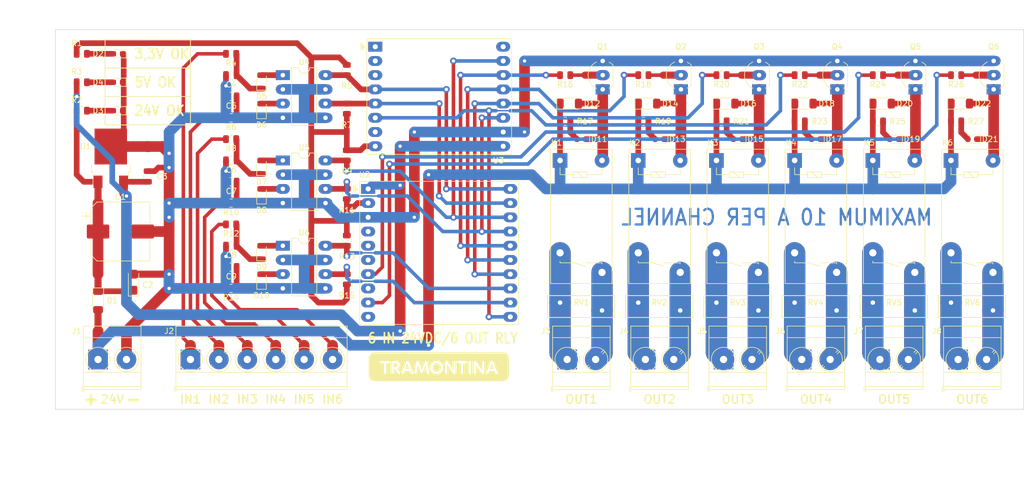
<source format=kicad_pcb>
(kicad_pcb (version 20211014) (generator pcbnew)
  (title_block (title "ESP 6 Relay Module"))
  (layers (0 "F.Cu" signal) (31 "B.Cu" signal) (34 "B.Paste" user) (35 "F.Paste" user) (36 "B.SilkS" user "B.Silkscreen") (37 "F.SilkS" user "F.Silkscreen") (38 "B.Mask" user) (39 "F.Mask" user) (44 "Edge.Cuts" user))
  (net 0 "")
  (net 1 "GNDREF")
  (net 2 "+24V")
  (net 3 "+5V")
  (net 4 "/32-GPI34")
  (net 5 "/32-GPI36")
  (net 6 "/32-GPI35")
  (net 7 "/32-GPI39")
  (net 8 "/32-GPIO14")
  (net 9 "/32-GPIO15")
  (net 10 "Net-(D2-Pad2)")
  (net 11 "Net-(D3-Pad2)")
  (net 12 "Net-(D4-Pad2)")
  (net 13 "Net-(J2-Pad6)")
  (net 14 "Net-(J2-Pad5)")
  (net 15 "Net-(J2-Pad4)")
  (net 16 "Net-(J2-Pad3)")
  (net 17 "Net-(J2-Pad2)")
  (net 18 "Net-(J2-Pad1)")
  (net 19 "+3V3")
  (net 20 "/32-GPIO2")
  (net 21 "/32-GPIO4")
  (net 22 "/32-GPIO13")
  (net 23 "/32-GPIO16")
  (net 24 "/32-GPIO33")
  (net 25 "/32-GPIO32")
  (net 26 "Net-(D17-Pad2)")
  (net 27 "Net-(D19-Pad2)")
  (net 28 "Net-(D21-Pad2)")
  (net 29 "Net-(Q1-Pad2)")
  (net 30 "Net-(Q2-Pad2)")
  (net 31 "Net-(Q3-Pad2)")
  (net 32 "Net-(Q4-Pad2)")
  (net 33 "Net-(Q5-Pad2)")
  (net 34 "Net-(Q6-Pad2)")
  (net 35 "Net-(C4-Pad1)")
  (net 36 "Net-(C5-Pad1)")
  (net 37 "Net-(C6-Pad1)")
  (net 38 "Net-(C7-Pad1)")
  (net 39 "Net-(C8-Pad1)")
  (net 40 "Net-(C9-Pad1)")
  (net 41 "Net-(D5-Pad2)")
  (net 42 "Net-(D6-Pad2)")
  (net 43 "Net-(D7-Pad2)")
  (net 44 "Net-(D8-Pad2)")
  (net 45 "Net-(D9-Pad2)")
  (net 46 "Net-(D10-Pad2)")
  (net 47 "Net-(D11-Pad2)")
  (net 48 "Net-(D13-Pad2)")
  (net 49 "Net-(D15-Pad2)")
  (net 50 "Net-(D11-Pad1)")
  (net 51 "Net-(D13-Pad1)")
  (net 52 "Net-(D15-Pad1)")
  (net 53 "Net-(D17-Pad1)")
  (net 54 "Net-(D19-Pad1)")
  (net 55 "Net-(D21-Pad1)")
  (net 56 "Net-(J3-Pad2)")
  (net 57 "Net-(J3-Pad1)")
  (net 58 "Net-(J4-Pad2)")
  (net 59 "Net-(J4-Pad1)")
  (net 60 "Net-(J5-Pad1)")
  (net 61 "Net-(J5-Pad2)")
  (net 62 "Net-(J6-Pad2)")
  (net 63 "Net-(J6-Pad1)")
  (net 64 "Net-(J7-Pad1)")
  (net 65 "Net-(J7-Pad2)")
  (net 66 "Net-(J8-Pad2)")
  (net 67 "Net-(J8-Pad1)")
  (net 68 "Net-(U2-Pad10)")
  (net 69 "Net-(U2-Pad8)")
  (net 70 "Net-(U2-Pad6)")
  (net 71 "Net-(U2-Pad5)")
  (net 72 "Net-(U2-Pad4)")
  (net 73 "Net-(U3-Pad16)")
  (net 74 "Net-(U3-Pad7)")
  (net 75 "Net-(U3-Pad3)")
  (net 76 "Net-(U3-Pad1)")
  (net 77 "Net-(U3-Pad2)")
  (net 78 "+24VA")
  (footprint "Tales:TerminalBlock_Phoenix_MKDS-3-2-5.08_1x02_P5.08mm_Horizontal" (layer "F.Cu") (at 72.39 123.19)
    (fp_text reference "J1")
    (fp_text value "24VDC")
  )
  (footprint "Tales:TerminalBlock_Phoenix_MKDS-3-6-5.08_1x06_P5.08mm_Horizontal" (layer "F.Cu") (at 88.9 123.19)
    (fp_text reference "J2")
    (fp_text value "24V INPUTS")
  )
  (footprint "Tales:TerminalBlock_Phoenix_MKDS-3-2-5.08_1x02_P5.08mm_Horizontal" (layer "F.Cu") (at 156.21 123.19)
    (fp_text reference "J3")
    (fp_text value "OUT1")
  )
  (footprint "Tales:Relay_SPST_Omron-G5PZ-1A" (layer "F.Cu") (at 154.94 87.63 -90)
    (fp_text reference "K1")
    (fp_text value "G5PZ-1A")
  )
  (footprint "Tales:WEMOS_D1_mini_light_pads" (layer "F.Cu") (at 121.92 67.31)
    (fp_text reference "U3")
    (fp_text value "WeMos_D1_mini")
  )
  (footprint "Tales:RV_Disc_D12mm_W3.9mm_P7.5mm" (layer "F.Cu") (at 154.94 113.03)
    (fp_text reference "RV1")
    (fp_text value "250VAC")
  )
  (footprint "Tales:TerminalBlock_Phoenix_MKDS-3-2-5.08_1x02_P5.08mm_Horizontal" (layer "F.Cu") (at 170.18 123.19)
    (fp_text reference "J4")
    (fp_text value "OUT1")
  )
  (footprint "Tales:TerminalBlock_Phoenix_MKDS-3-2-5.08_1x02_P5.08mm_Horizontal" (layer "F.Cu") (at 184.15 123.19)
    (fp_text reference "J5")
    (fp_text value "OUT1")
  )
  (footprint "Tales:TerminalBlock_Phoenix_MKDS-3-2-5.08_1x02_P5.08mm_Horizontal" (layer "F.Cu") (at 198.12 123.19)
    (fp_text reference "J6")
    (fp_text value "OUT1")
  )
  (footprint "Tales:TerminalBlock_Phoenix_MKDS-3-2-5.08_1x02_P5.08mm_Horizontal" (layer "F.Cu") (at 212.09 123.19)
    (fp_text reference "J7")
    (fp_text value "OUT1")
  )
  (footprint "Tales:TerminalBlock_Phoenix_MKDS-3-2-5.08_1x02_P5.08mm_Horizontal" (layer "F.Cu") (at 226.06 123.19)
    (fp_text reference "J8")
    (fp_text value "OUT1")
  )
  (footprint "Tales:Relay_SPST_Omron-G5PZ-1A" (layer "F.Cu") (at 168.91 87.63 -90)
    (fp_text reference "K2")
    (fp_text value "G5PZ-1A")
  )
  (footprint "Tales:Relay_SPST_Omron-G5PZ-1A" (layer "F.Cu") (at 182.88 87.63 -90)
    (fp_text reference "K3")
    (fp_text value "G5PZ-1A")
  )
  (footprint "Tales:Relay_SPST_Omron-G5PZ-1A" (layer "F.Cu") (at 196.85 87.63 -90)
    (fp_text reference "K4")
    (fp_text value "G5PZ-1A")
  )
  (footprint "Tales:Relay_SPST_Omron-G5PZ-1A" (layer "F.Cu") (at 210.82 87.63 -90)
    (fp_text reference "K5")
    (fp_text value "G5PZ-1A")
  )
  (footprint "Tales:Relay_SPST_Omron-G5PZ-1A" (layer "F.Cu") (at 224.79 87.63 -90)
    (fp_text reference "K6")
    (fp_text value "G5PZ-1A")
  )
  (footprint "Tales:RV_Disc_D12mm_W3.9mm_P7.5mm" (layer "F.Cu") (at 168.91 113.03)
    (fp_text reference "RV2")
    (fp_text value "250VAC")
  )
  (footprint "Tales:RV_Disc_D12mm_W3.9mm_P7.5mm" (layer "F.Cu") (at 182.88 113.03)
    (fp_text reference "RV3")
    (fp_text value "250VAC")
  )
  (footprint "Tales:RV_Disc_D12mm_W3.9mm_P7.5mm" (layer "F.Cu") (at 196.85 113.03)
    (fp_text reference "RV4")
    (fp_text value "250VAC")
  )
  (footprint "Tales:RV_Disc_D12mm_W3.9mm_P7.5mm" (layer "F.Cu") (at 210.82 113.03)
    (fp_text reference "RV5")
    (fp_text value "250VAC")
  )
  (footprint "Tales:RV_Disc_D12mm_W3.9mm_P7.5mm" (layer "F.Cu") (at 224.79 113.03)
    (fp_text reference "RV6")
    (fp_text value "250VAC")
  )
  (footprint "Tales:D_SOD-323" (layer "F.Cu") (at 101.6 73.59 90)
    (fp_text reference "D5")
    (fp_text value "9V1/500mW")
  )
  (footprint "Tales:CP_Elec_10x10" (layer "F.Cu") (at 76.39 100.33)
    (fp_text reference "C1")
    (fp_text value "100uF/35V/10x10")
  )
  (footprint "Tales:D_SOD-323" (layer "F.Cu") (at 101.6 78.67 90)
    (fp_text reference "D6")
    (fp_text value "9V1/500mW")
  )
  (footprint "Tales:D_SOD-323" (layer "F.Cu") (at 101.6 88.83 90)
    (fp_text reference "D7")
    (fp_text value "9V1/500mW")
  )
  (footprint "Tales:D_SOD-323" (layer "F.Cu") (at 101.6 93.91 90)
    (fp_text reference "D8")
    (fp_text value "9V1/500mW")
  )
  (footprint "Tales:D_SOD-323" (layer "F.Cu") (at 101.6 104.07 90)
    (fp_text reference "D9")
    (fp_text value "9V1/500mW")
  )
  (footprint "Tales:D_SOD-323" (layer "F.Cu") (at 101.6 109.15 90)
    (fp_text reference "D10")
    (fp_text value "9V1/500mW")
  )
  (footprint "Tales:D_SOD-123" (layer "F.Cu") (at 156.59 77.47)
    (fp_text reference "D12")
    (fp_text value "1N4148/SOD-123")
  )
  (footprint "Tales:TO-92_Inline_Wide" (layer "F.Cu") (at 162.56 74.93 90)
    (fp_text reference "Q1")
    (fp_text value "BC337")
  )
  (footprint "Tales:TO-92_Inline_Wide" (layer "F.Cu") (at 176.53 74.93 90)
    (fp_text reference "Q2")
    (fp_text value "BC337")
  )
  (footprint "Tales:TO-92_Inline_Wide" (layer "F.Cu") (at 190.5 74.93 90)
    (fp_text reference "Q3")
    (fp_text value "BC337")
  )
  (footprint "Tales:TO-92_Inline_Wide" (layer "F.Cu") (at 204.47 74.93 90)
    (fp_text reference "Q4")
    (fp_text value "BC337")
  )
  (footprint "Tales:TO-92_Inline_Wide" (layer "F.Cu") (at 218.44 74.93 90)
    (fp_text reference "Q5")
    (fp_text value "BC337")
  )
  (footprint "Tales:TO-92_Inline_Wide" (layer "F.Cu") (at 232.41 74.93 90)
    (fp_text reference "Q6")
    (fp_text value "BC337")
  )
  (footprint "Tales:TO-252-2" (layer "F.Cu") (at 74.67 87.24 90)
    (fp_text reference "U1")
    (fp_text value "L78M05/TO-252-2")
  )
  (footprint "Tales:DIP-8_W7.62mm" (layer "F.Cu") (at 105.41 72.39)
    (fp_text reference "U4")
    (fp_text value "LTV826")
  )
  (footprint "Tales:DIP-8_W7.62mm" (layer "F.Cu") (at 105.41 87.63)
    (fp_text reference "U5")
    (fp_text value "LTV826")
  )
  (footprint "Tales:DIP-8_W7.62mm" (layer "F.Cu") (at 105.41 102.87)
    (fp_text reference "U6")
    (fp_text value "LTV826")
  )
  (footprint "Tales:Olimex_ESP32-POE_Pads" (layer "F.Cu") (at 120.65 92.71)
    (fp_text reference "U2")
    (fp_text value "Olimex_ESP32-POE")
  )
  (footprint "Tales:CP_EIA-3216-18_Kemet-A_Pad1.58x1.35mm_HandSolder" (layer "F.Cu") (at 78.74 109.3875 90)
    (fp_text reference "C2")
    (fp_text value "0,33uF/35V")
  )
  (footprint "Tales:Logo_Tramontina_25mm" (layer "F.Cu") (at 133.35 124.46)
    (fp_text reference "REF**" hide)
    (fp_text value "Logo_Tramontina_25mm" hide)
  )
  (footprint "Tales:R_0805_2012Metric" (layer "F.Cu") (at 69.4925 68.58)
    (fp_text reference "R1")
    (fp_text value "270R/0,125W/0805")
  )
  (footprint "Tales:R_0805_2012Metric" (layer "F.Cu") (at 69.4925 78.74)
    (fp_text reference "R2")
    (fp_text value "4k7/0,125W/0805")
  )
  (footprint "Tales:R_0805_2012Metric" (layer "F.Cu") (at 69.4925 73.66)
    (fp_text reference "R3")
    (fp_text value "680R/0,125W/0805")
  )
  (footprint "Tales:R_0805_2012Metric" (layer "F.Cu") (at 96.1625 68.58 180)
    (fp_text reference "R4")
    (fp_text value "1k2/0,125W/0805")
  )
  (footprint "Tales:R_0805_2012Metric" (layer "F.Cu") (at 116.84 71.4775 -90)
    (fp_text reference "R5")
    (fp_text value "3k3/0,125W/0805")
  )
  (footprint "Tales:R_0805_2012Metric" (layer "F.Cu") (at 116.84 78.3825 90)
    (fp_text reference "R7")
    (fp_text value "3k3/0,125W/0805")
  )
  (footprint "Tales:R_0805_2012Metric" (layer "F.Cu") (at 96.1625 80.01 180)
    (fp_text reference "R6")
    (fp_text value "1k2/0,125W/0805")
  )
  (footprint "Tales:R_0805_2012Metric" (layer "F.Cu") (at 96.1625 83.82 180)
    (fp_text reference "R8")
    (fp_text value "1k2/0,125W/0805")
  )
  (footprint "Tales:R_0805_2012Metric" (layer "F.Cu") (at 116.84 86.7175 -90)
    (fp_text reference "R9")
    (fp_text value "3k3/0,125W/0805")
  )
  (footprint "Tales:R_0805_2012Metric" (layer "F.Cu") (at 96.1625 95.25 180)
    (fp_text reference "R10")
    (fp_text value "1k2/0,125W/0805")
  )
  (footprint "Tales:R_0805_2012Metric" (layer "F.Cu") (at 116.84 93.6225 90)
    (fp_text reference "R11")
    (fp_text value "3k3/0,125W/0805")
  )
  (footprint "Tales:R_0805_2012Metric" (layer "F.Cu") (at 96.1625 99.06 180)
    (fp_text reference "R12")
    (fp_text value "1k2/0,125W/0805")
  )
  (footprint "Tales:R_0805_2012Metric" (layer "F.Cu") (at 116.84 101.9575 -90)
    (fp_text reference "R13")
    (fp_text value "3k3/0,125W/0805")
  )
  (footprint "Tales:R_0805_2012Metric" (layer "F.Cu") (at 96.1625 110.49 180)
    (fp_text reference "R14")
    (fp_text value "1k2/0,125W/0805")
  )
  (footprint "Tales:R_0805_2012Metric" (layer "F.Cu") (at 116.84 108.8625 90)
    (fp_text reference "R15")
    (fp_text value "3k3/0,125W/0805")
  )
  (footprint "Tales:C_0805_2012Metric" (layer "F.Cu") (at 81.28 90.49 90)
    (fp_text reference "C3")
    (fp_text value "0,1uF/50V/0805")
  )
  (footprint "Tales:C_0805_2012Metric" (layer "F.Cu") (at 96.2 72.39 180)
    (fp_text reference "C4")
    (fp_text value "33nF/50V/0805")
  )
  (footprint "Tales:C_0805_2012Metric" (layer "F.Cu") (at 96.2 76.2 180)
    (fp_text reference "C5")
    (fp_text value "33nF/50V/0805")
  )
  (footprint "Tales:C_0805_2012Metric" (layer "F.Cu") (at 96.2 87.63 180)
    (fp_text reference "C6")
    (fp_text value "33nF/50V/0805")
  )
  (footprint "Tales:C_0805_2012Metric" (layer "F.Cu") (at 96.2 91.44 180)
    (fp_text reference "C7")
    (fp_text value "33nF/50V/0805")
  )
  (footprint "Tales:C_0805_2012Metric" (layer "F.Cu") (at 96.2 102.87 180)
    (fp_text reference "C8")
    (fp_text value "33nF/50V/0805")
  )
  (footprint "Tales:C_0805_2012Metric" (layer "F.Cu") (at 96.2 106.68 180)
    (fp_text reference "C9")
    (fp_text value "33nF/50V/0805")
  )
  (footprint "Tales:LED_0603_1608Metric" (layer "F.Cu") (at 75.955 68.58 180)
    (fp_text reference "D2")
    (fp_text value "GREEN/0603")
  )
  (footprint "Tales:LED_0603_1608Metric" (layer "F.Cu") (at 75.955 78.74 180)
    (fp_text reference "D3")
    (fp_text value "GREEN/0603")
  )
  (footprint "Tales:LED_0603_1608Metric" (layer "F.Cu") (at 75.955 73.66 180)
    (fp_text reference "D4")
    (fp_text value "GREEN/0603")
  )
  (footprint "Tales:LED_0603_1608Metric" (layer "F.Cu") (at 158.75 83.82 180)
    (fp_text reference "D11")
    (fp_text value "BLUE/0603")
  )
  (footprint "Tales:LED_0603_1608Metric" (layer "F.Cu") (at 172.72 83.82 180)
    (fp_text reference "D13")
    (fp_text value "BLUE/0603")
  )
  (footprint "Tales:D_SOD-123" (layer "F.Cu") (at 170.56 77.47)
    (fp_text reference "D14")
    (fp_text value "1N4148/SOD-123")
  )
  (footprint "Tales:LED_0603_1608Metric" (layer "F.Cu") (at 186.69 83.82 180)
    (fp_text reference "D15")
    (fp_text value "BLUE/0603")
  )
  (footprint "Tales:D_SOD-123" (layer "F.Cu") (at 184.53 77.47)
    (fp_text reference "D16")
    (fp_text value "1N4148/SOD-123")
  )
  (footprint "Tales:LED_0603_1608Metric" (layer "F.Cu") (at 200.66 83.82 180)
    (fp_text reference "D17")
    (fp_text value "BLUE/0603")
  )
  (footprint "Tales:D_SOD-123" (layer "F.Cu") (at 198.5 77.47)
    (fp_text reference "D18")
    (fp_text value "1N4148/SOD-123")
  )
  (footprint "Tales:LED_0603_1608Metric" (layer "F.Cu") (at 214.63 83.82 180)
    (fp_text reference "D19")
    (fp_text value "BLUE/0603")
  )
  (footprint "Tales:D_SOD-123" (layer "F.Cu") (at 212.47 77.47)
    (fp_text reference "D20")
    (fp_text value "1N4148/SOD-123")
  )
  (footprint "Tales:LED_0603_1608Metric" (layer "F.Cu") (at 228.6 83.82 180)
    (fp_text reference "D21")
    (fp_text value "BLUE/0603")
  )
  (footprint "Tales:D_SOD-123" (layer "F.Cu") (at 226.44 77.47)
    (fp_text reference "D22")
    (fp_text value "1N4148/SOD-123")
  )
  (footprint "Tales:R_0805_2012Metric" (layer "F.Cu") (at 169.8225 80.645)
    (fp_text reference "R19")
    (fp_text value "4k7/0,125W/0805")
  )
  (footprint "Tales:R_0805_2012Metric" (layer "F.Cu") (at 183.7925 80.645)
    (fp_text reference "R21")
    (fp_text value "4k7/0,125W/0805")
  )
  (footprint "Tales:R_0805_2012Metric" (layer "F.Cu") (at 197.7625 80.645)
    (fp_text reference "R23")
    (fp_text value "4k7/0,125W/0805")
  )
  (footprint "Tales:R_0805_2012Metric" (layer "F.Cu") (at 211.7325 80.645)
    (fp_text reference "R25")
    (fp_text value "4k7/0,125W/0805")
  )
  (footprint "Tales:R_0805_2012Metric" (layer "F.Cu") (at 225.7025 80.645)
    (fp_text reference "R27")
    (fp_text value "4k7/0,125W/0805")
  )
  (footprint "Tales:R_0805_2012Metric" (layer "F.Cu") (at 155.8525 72.39 180)
    (fp_text reference "R16")
    (fp_text value "1k/0,125W/0805")
  )
  (footprint "Tales:R_0805_2012Metric" (layer "F.Cu") (at 169.8225 72.39 180)
    (fp_text reference "R18")
    (fp_text value "1k/0,125W/0805")
  )
  (footprint "Tales:R_0805_2012Metric" (layer "F.Cu") (at 183.7925 72.39 180)
    (fp_text reference "R20")
    (fp_text value "1k/0,125W/0805")
  )
  (footprint "Tales:R_0805_2012Metric" (layer "F.Cu") (at 197.7625 72.39 180)
    (fp_text reference "R22")
    (fp_text value "1k/0,125W/0805")
  )
  (footprint "Tales:R_0805_2012Metric" (layer "F.Cu") (at 211.7325 72.39 180)
    (fp_text reference "R24")
    (fp_text value "1k/0,125W/0805")
  )
  (footprint "Tales:R_0805_2012Metric" (layer "F.Cu") (at 225.7025 72.39 180)
    (fp_text reference "R26")
    (fp_text value "1k/0,125W/0805")
  )
  (footprint "Tales:R_0805_2012Metric" (layer "F.Cu") (at 155.8525 80.645)
    (fp_text reference "R17")
    (fp_text value "4k7/0,125W/0805")
  )
  (footprint "Tales:D_SOD-123" (layer "F.Cu") (at 72.39 112.65 -90)
    (fp_text reference "D1")
    (fp_text value "SM4007PL/SOD-123")
  )
  (gr_line (start 88.9 66.04) (end 73.66 66.04) (layer "F.SilkS") (width 0.15))
  (gr_line (start 73.66 71.12) (end 88.9 71.12) (layer "F.SilkS") (width 0.15))
  (gr_line (start 73.66 81.28) (end 88.9 81.28) (layer "F.SilkS") (width 0.15))
  (gr_line (start 88.9 81.28) (end 88.9 66.04) (layer "F.SilkS") (width 0.15))
  (gr_line (start 73.66 76.2) (end 88.9 76.2) (layer "F.SilkS") (width 0.15))
  (gr_line (start 73.66 66.04) (end 73.66 81.28) (layer "F.SilkS") (width 0.15))
  (gr_line (start 64.77 132.08) (end 237.77 132.08) (layer "Edge.Cuts") (width 0.1))
  (gr_line (start 237.77 64.28) (end 64.77 64.28) (layer "Edge.Cuts") (width 0.1))
  (gr_line (start 64.77 64.28) (end 64.77 132.08) (layer "Edge.Cuts") (width 0.1))
  (gr_line (start 237.77 132.08) (end 237.77 64.28) (layer "Edge.Cuts") (width 0.1))
  (gr_text "MAXIMUM 10 A PER CHANNEL" (at 193.675 97.79) (layer "B.Cu") (effects (font (size 2.8 2.5) (thickness 0.4)) (justify mirror)))
  (gr_text "-" (at 78.74 130.302) (layer "F.SilkS") (effects (font (size 2 2) (thickness 0.5))))
  (gr_text "IN1" (at 88.9 130.302) (layer "F.SilkS") (effects (font (size 1.5 1.5) (thickness 0.25))))
  (gr_text "OUT2" (at 172.72 130.302) (layer "F.SilkS") (effects (font (size 1.5 1.5) (thickness 0.25))))
  (gr_text "OUT1" (at 158.75 130.302) (layer "F.SilkS") (effects (font (size 1.5 1.5) (thickness 0.25))))
  (gr_text "OUT3" (at 186.69 130.302) (layer "F.SilkS") (effects (font (size 1.5 1.5) (thickness 0.25))))
  (gr_text "24V OK" (at 78.74 78.74) (layer "F.SilkS") (effects (font (size 1.8 1.6) (thickness 0.3)) (justify left)))
  (gr_text "IN3" (at 99.06 130.302) (layer "F.SilkS") (effects (font (size 1.5 1.5) (thickness 0.25))))
  (gr_text "OUT5" (at 214.63 130.302) (layer "F.SilkS") (effects (font (size 1.5 1.5) (thickness 0.25))))
  (gr_text "IN5" (at 109.22 130.302) (layer "F.SilkS") (effects (font (size 1.5 1.5) (thickness 0.25))))
  (gr_text "24V" (at 74.93 130.302) (layer "F.SilkS") (effects (font (size 1.5 1.5) (thickness 0.25))))
  (gr_text "IN4" (at 104.14 130.302) (layer "F.SilkS") (effects (font (size 1.5 1.5) (thickness 0.25))))
  (gr_text "IN6" (at 114.3 130.302) (layer "F.SilkS") (effects (font (size 1.5 1.5) (thickness 0.25))))
  (gr_text "OUT4" (at 200.66 130.302) (layer "F.SilkS") (effects (font (size 1.5 1.5) (thickness 0.25))))
  (gr_text "IN2" (at 93.98 130.302) (layer "F.SilkS") (effects (font (size 1.5 1.5) (thickness 0.25))))
  (gr_text "OUT6" (at 228.6 130.302) (layer "F.SilkS") (effects (font (size 1.5 1.5) (thickness 0.25))))
  (gr_text "3,3V OK" (at 78.74 68.58) (layer "F.SilkS") (effects (font (size 1.8 1.6) (thickness 0.3)) (justify left)))
  (gr_text "6 IN 24VDC/6 OUT RLY" (at 133.985 119.38) (layer "F.SilkS") (effects (font (size 1.8 1.5) (thickness 0.3))))
  (gr_text "+" (at 71.12 130.302) (layer "F.SilkS") (effects (font (size 2 2) (thickness 0.5))))
  (gr_text "5V OK" (at 78.74 73.66) (layer "F.SilkS") (effects (font (size 1.8 1.6) (thickness 0.3)) (justify left)))
  (segment (start 95.25 89.535) (end 95.25 91.44) (width 1.016) (layer "F.Cu") (net 1))
  (segment (start 95.25 74.295) (end 95.25 76.2) (width 1.016) (layer "F.Cu") (net 1))
  (segment (start 95.25 104.775) (end 95.25 106.68) (width 1.016) (layer "F.Cu") (net 1))
  (segment (start 95.25 87.63) (end 95.25 89.535) (width 1.016) (layer "F.Cu") (net 1))
  (segment (start 148.59 69.85) (end 148.59 82.55) (width 1.905) (layer "F.Cu") (net 1))
  (segment (start 85.09 100.33) (end 85.09 95.25) (width 1.905) (layer "F.Cu") (net 1))
  (segment (start 83.185 88.9) (end 85.09 88.9) (width 1.016) (layer "F.Cu") (net 1))
  (segment (start 85.09 107.95) (end 85.09 100.33) (width 1.905) (layer "F.Cu") (net 1))
  (segment (start 76.98 78.74) (end 76.98 82.83) (width 1.016) (layer "F.Cu") (net 1))
  (segment (start 85.09 95.25) (end 85.09 86.36) (width 1.905) (layer "F.Cu") (net 1))
  (segment (start 80.39 100.33) (end 85.09 100.33) (width 1.905) (layer "F.Cu") (net 1))
  (segment (start 128.905 82.55) (end 128.905 97.79) (width 1.905) (layer "F.Cu") (net 1))
  (segment (start 76.98 68.58) (end 76.98 73.66) (width 1.016) (layer "F.Cu") (net 1))
  (segment (start 95.25 102.87) (end 95.25 104.775) (width 1.016) (layer "F.Cu") (net 1))
  (segment (start 74.67 85.14) (end 81.23 85.14) (width 1.905) (layer "F.Cu") (net 1))
  (segment (start 81.28 85.19) (end 81.23 85.14) (width 1.905) (layer "F.Cu") (net 1))
  (segment (start 85.09 110.49) (end 85.09 107.95) (width 1.905) (layer "F.Cu") (net 1))
  (segment (start 77.47 118.11) (end 85.09 110.49) (width 1.905) (layer "F.Cu") (net 1))
  (segment (start 78.74 107.95) (end 85.09 107.95) (width 1.27) (layer "F.Cu") (net 1))
  (segment (start 95.25 72.39) (end 95.25 74.295) (width 1.016) (layer "F.Cu") (net 1))
  (segment (start 77.47 123.19) (end 77.47 118.11) (width 1.905) (layer "F.Cu") (net 1))
  (segment (start 83.87 85.14) (end 85.09 86.36) (width 1.905) (layer "F.Cu") (net 1))
  (segment (start 81.28 89.54) (end 82.545 89.54) (width 1.016) (layer "F.Cu") (net 1))
  (segment (start 81.23 85.14) (end 83.87 85.14) (width 1.905) (layer "F.Cu") (net 1))
  (segment (start 82.545 89.54) (end 83.185 88.9) (width 1.016) (layer "F.Cu") (net 1))
  (segment (start 76.98 82.83) (end 74.67 85.14) (width 1.016) (layer "F.Cu") (net 1))
  (segment (start 76.98 73.66) (end 76.98 78.74) (width 1.016) (layer "F.Cu") (net 1))
  (via (at 95.25 104.775) (size 1.2) (drill 0.6) (layers "F.Cu" "B.Cu") (net 1))
  (via (at 95.25 89.535) (size 1.2) (drill 0.6) (layers "F.Cu" "B.Cu") (net 1))
  (via (at 148.59 69.85) (size 1.2) (drill 0.6) (layers "F.Cu" "B.Cu") (net 1))
  (via (at 148.59 82.55) (size 1.2) (drill 0.6) (layers "F.Cu" "B.Cu") (net 1))
  (via (at 85.09 95.25) (size 1.2) (drill 0.6) (layers "F.Cu" "B.Cu") (net 1))
  (via (at 85.09 107.95) (size 1.2) (drill 0.6) (layers "F.Cu" "B.Cu") (net 1))
  (via (at 85.09 86.36) (size 1.2) (drill 0.6) (layers "F.Cu" "B.Cu") (net 1))
  (via (at 128.905 82.55) (size 1.2) (drill 0.6) (layers "F.Cu" "B.Cu") (net 1))
  (via (at 128.905 97.79) (size 1.2) (drill 0.6) (layers "F.Cu" "B.Cu") (net 1))
  (via (at 85.09 88.9) (size 1.2) (drill 0.6) (layers "F.Cu" "B.Cu") (net 1))
  (via (at 85.09 110.49) (size 1.2) (drill 0.6) (layers "F.Cu" "B.Cu") (net 1))
  (via (at 85.09 97.79) (size 1.2) (drill 0.6) (layers "F.Cu" "B.Cu") (net 1))
  (via (at 95.25 74.295) (size 1.2) (drill 0.6) (layers "F.Cu" "B.Cu") (net 1))
  (segment (start 85.09 97.79) (end 85.09 95.25) (width 1.905) (layer "B.Cu") (net 1))
  (segment (start 85.09 86.36) (end 85.09 88.9) (width 1.905) (layer "B.Cu") (net 1))
  (segment (start 105.41 110.49) (end 95.885 110.49) (width 1.905) (layer "B.Cu") (net 1))
  (segment (start 218.44 69.85) (end 204.47 69.85) (width 1.905) (layer "B.Cu") (net 1))
  (segment (start 95.885 110.49) (end 85.09 110.49) (width 1.905) (layer "B.Cu") (net 1))
  (segment (start 109.22 74.93) (end 105.41 74.93) (width 1.905) (layer "B.Cu") (net 1))
  (segment (start 95.25 104.775) (end 95.25 109.855) (width 1.905) (layer "B.Cu") (net 1))
  (segment (start 148.59 82.55) (end 144.78 82.55) (width 1.905) (layer "B.Cu") (net 1))
  (segment (start 109.22 80.01) (end 105.41 80.01) (width 1.905) (layer "B.Cu") (net 1))
  (segment (start 109.22 105.41) (end 105.41 105.41) (width 1.905) (layer "B.Cu") (net 1))
  (segment (start 113.03 90.17) (end 109.22 90.17) (width 1.905) (layer "B.Cu") (net 1))
  (segment (start 120.65 97.79) (end 115.57 97.79) (width 1.905) (layer "B.Cu") (net 1))
  (segment (start 176.53 69.85) (end 162.56 69.85) (width 1.905) (layer "B.Cu") (net 1))
  (segment (start 109.22 105.41) (end 109.22 110.49) (width 1.905) (layer "B.Cu") (net 1))
  (segment (start 109.22 110.49) (end 105.41 110.49) (width 1.905) (layer "B.Cu") (net 1))
  (segment (start 128.905 97.79) (end 120.65 97.79) (width 1.905) (layer "B.Cu") (net 1))
  (segment (start 190.5 69.85) (end 176.53 69.85) (width 1.905) (layer "B.Cu") (net 1))
  (segment (start 113.03 110.49) (end 109.22 110.49) (width 1.905) (layer "B.Cu") (net 1))
  (segment (start 162.56 69.85) (end 148.59 69.85) (width 1.905) (layer "B.Cu") (net 1))
  (segment (start 85.09 82.55) (end 85.09 86.36) (width 1.905) (layer "B.Cu") (net 1))
  (segment (start 113.03 105.41) (end 109.22 105.41) (width 1.905) (layer "B.Cu") (net 1))
  (segment (start 95.25 94.615) (end 95.885 95.25) (width 1.905) (layer "B.Cu") (net 1))
  (segment (start 232.41 69.85) (end 218.44 69.85) (width 1.905) (layer "B.Cu") (net 1))
  (segment (start 95.25 89.535) (end 95.25 94.615) (width 1.905) (layer "B.Cu") (net 1))
  (segment (start 105.41 80.01) (end 95.25 80.01) (width 1.905) (layer "B.Cu") (net 1))
  (segment (start 204.47 69.85) (end 190.5 69.85) (width 1.905) (layer "B.Cu") (net 1))
  (segment (start 95.25 80.01) (end 87.63 80.01) (width 1.905) (layer "B.Cu") (net 1))
  (segment (start 113.03 74.93) (end 109.22 74.93) (width 1.905) (layer "B.Cu") (net 1))
  (segment (start 85.09 107.95) (end 85.09 110.49) (width 1.905) (layer "B.Cu") (net 1))
  (segment (start 115.57 97.79) (end 113.03 95.25) (width 1.905) (layer "B.Cu") (net 1))
  (segment (start 113.03 80.01) (end 109.22 80.01) (width 1.905) (layer "B.Cu") (net 1))
  (segment (start 95.885 95.25) (end 85.09 95.25) (width 1.905) (layer "B.Cu") (net 1))
  (segment (start 109.22 95.25) (end 105.41 95.25) (width 1.905) (layer "B.Cu") (net 1))
  (segment (start 109.22 90.17) (end 109.22 95.25) (width 1.905) (layer "B.Cu") (net 1))
  (segment (start 113.03 95.25) (end 109.22 95.25) (width 1.905) (layer "B.Cu") (net 1))
  (segment (start 144.78 82.55) (end 128.905 82.55) (width 1.905) (layer "B.Cu") (net 1))
  (segment (start 95.25 74.295) (end 95.25 80.01) (width 1.905) (layer "B.Cu") (net 1))
  (segment (start 95.25 109.855) (end 95.885 110.49) (width 1.905) (layer "B.Cu") (net 1))
  (segment (start 109.22 90.17) (end 105.41 90.17) (width 1.905) (layer "B.Cu") (net 1))
  (segment (start 105.41 95.25) (end 95.885 95.25) (width 1.905) (layer "B.Cu") (net 1))
  (segment (start 87.63 80.01) (end 85.09 82.55) (width 1.905) (layer "B.Cu") (net 1))
  (segment (start 109.22 74.93) (end 109.22 80.01) (width 1.905) (layer "B.Cu") (net 1))
  (segment (start 168.91 77.47) (end 168.91 80.645) (width 1.016) (layer "F.Cu") (net 2))
  (segment (start 196.85 80.645) (end 196.85 87.63) (width 1.016) (layer "F.Cu") (net 2))
  (segment (start 224.79 80.645) (end 224.79 87.63) (width 1.016) (layer "F.Cu") (net 2))
  (segment (start 182.88 80.645) (end 182.88 87.63) (width 1.016) (layer "F.Cu") (net 2))
  (segment (start 224.79 77.47) (end 224.79 80.645) (width 1.016) (layer "F.Cu") (net 2))
  (segment (start 154.94 80.645) (end 154.94 87.63) (width 1.016) (layer "F.Cu") (net 2))
  (segment (start 210.82 77.47) (end 210.82 80.645) (width 1.016) (layer "F.Cu") (net 2))
  (segment (start 210.82 80.645) (end 210.82 87.63) (width 1.016) (layer "F.Cu") (net 2))
  (segment (start 72.39 118.11) (end 72.39 114.3) (width 1.27) (layer "F.Cu") (net 2))
  (segment (start 168.91 80.645) (end 168.91 87.63) (width 1.016) (layer "F.Cu") (net 2))
  (segment (start 72.39 118.11) (end 72.39 123.19) (width 1.905) (layer "F.Cu") (net 2))
  (segment (start 131.445 120.65) (end 131.445 90.17) (width 1.905) (layer "F.Cu") (net 2))
  (segment (start 196.85 77.47) (end 196.85 80.645) (width 1.016) (layer "F.Cu") (net 2))
  (segment (start 154.94 77.47) (end 154.94 80.645) (width 1.016) (layer "F.Cu") (net 2))
  (segment (start 182.88 77.47) (end 182.88 80.645) (width 1.016) (layer "F.Cu") (net 2))
  (via (at 131.445 90.17) (size 1.2) (drill 0.6) (layers "F.Cu" "B.Cu") (net 2))
  (via (at 131.445 120.65) (size 1.2) (drill 0.6) (layers "F.Cu" "B.Cu") (net 2))
  (segment (start 224.79 91.44) (end 223.52 92.71) (width 1.905) (layer "B.Cu") (net 2))
  (segment (start 224.79 87.63) (end 224.79 91.44) (width 1.905) (layer "B.Cu") (net 2))
  (segment (start 182.88 92.71) (end 168.91 92.71) (width 1.905) (layer "B.Cu") (net 2))
  (segment (start 74.93 118.11) (end 72.39 120.65) (width 1.905) (layer "B.Cu") (net 2))
  (segment (start 152.4 92.71) (end 154.94 92.71) (width 1.905) (layer "B.Cu") (net 2))
  (segment (start 182.88 87.63) (end 182.88 92.71) (width 1.905) (layer "B.Cu") (net 2))
  (segment (start 131.445 90.17) (end 149.86 90.17) (width 1.905) (layer "B.Cu") (net 2))
  (segment (start 149.86 90.17) (end 152.4 92.71) (width 1.905) (layer "B.Cu") (net 2))
  (segment (start 210.82 92.71) (end 196.85 92.71) (width 1.905) (layer "B.Cu") (net 2))
  (segment (start 223.52 92.71) (end 210.82 92.71) (width 1.905) (layer "B.Cu") (net 2))
  (segment (start 196.85 92.71) (end 182.88 92.71) (width 1.905) (layer "B.Cu") (net 2))
  (segment (start 114.935 118.11) (end 74.93 118.11) (width 1.905) (layer "B.Cu") (net 2))
  (segment (start 168.91 87.63) (end 168.91 92.71) (width 1.905) (layer "B.Cu") (net 2))
  (segment (start 154.94 87.63) (end 154.94 92.71) (width 1.905) (layer "B.Cu") (net 2))
  (segment (start 117.475 120.65) (end 114.935 118.11) (width 1.905) (layer "B.Cu") (net 2))
  (segment (start 210.82 87.63) (end 210.82 92.71) (width 1.905) (layer "B.Cu") (net 2))
  (segment (start 168.91 92.71) (end 154.94 92.71) (width 1.905) (layer "B.Cu") (net 2))
  (segment (start 131.445 120.65) (end 117.475 120.65) (width 1.905) (layer "B.Cu") (net 2))
  (segment (start 72.39 120.65) (end 72.39 123.19) (width 1.905) (layer "B.Cu") (net 2))
  (segment (start 196.85 87.63) (end 196.85 92.71) (width 1.905) (layer "B.Cu") (net 2))
  (segment (start 76.95 91.44) (end 76.95 93.46) (width 1.524) (layer "F.Cu") (net 3))
  (segment (start 68.58 76.2) (end 68.58 73.66) (width 1.016) (layer "F.Cu") (net 3))
  (segment (start 126.365 85.09) (end 126.365 92.075) (width 1.905) (layer "F.Cu") (net 3))
  (segment (start 126.365 92.075) (end 126.365 118.11) (width 1.905) (layer "F.Cu") (net 3))
  (segment (start 76.95 93.46) (end 77.47 93.98) (width 1.524) (layer "F.Cu") (net 3))
  (segment (start 81.28 91.44) (end 76.95 91.44) (width 1.016) (layer "F.Cu") (net 3))
  (via (at 68.58 76.2) (size 1.2) (drill 0.6) (layers "F.Cu" "B.Cu") (net 3))
  (via (at 77.47 93.98) (size 1.2) (drill 0.6) (layers "F.Cu" "B.Cu") (net 3))
  (via (at 126.365 92.075) (size 1.2) (drill 0.6) (layers "F.Cu" "B.Cu") (net 3))
  (via (at 126.365 85.09) (size 1.2) (drill 0.6) (layers "F.Cu" "B.Cu") (net 3))
  (via (at 126.365 118.11) (size 1.2) (drill 0.6) (layers "F.Cu" "B.Cu") (net 3))
  (segment (start 68.58 81.28) (end 68.58 76.2) (width 1.016) (layer "B.Cu") (net 3))
  (segment (start 121.285 92.075) (end 126.365 92.075) (width 1.524) (layer "B.Cu") (net 3))
  (segment (start 74.93 91.44) (end 74.93 87.63) (width 1.016) (layer "B.Cu") (net 3))
  (segment (start 144.78 85.09) (end 126.365 85.09) (width 1.905) (layer "B.Cu") (net 3))
  (segment (start 115.82401 115.18901) (end 79.62901 115.18901) (width 1.905) (layer "B.Cu") (net 3))
  (segment (start 126.365 118.11) (end 118.745 118.11) (width 1.905) (layer "B.Cu") (net 3))
  (segment (start 120.65 92.71) (end 121.285 92.075) (width 1.524) (layer "B.Cu") (net 3))
  (segment (start 74.93 87.63) (end 68.58 81.28) (width 1.016) (layer "B.Cu") (net 3))
  (segment (start 77.47 113.03) (end 77.47 93.98) (width 1.905) (layer "B.Cu") (net 3))
  (segment (start 118.745 118.11) (end 115.82401 115.18901) (width 1.905) (layer "B.Cu") (net 3))
  (segment (start 79.62901 115.18901) (end 77.47 113.03) (width 1.905) (layer "B.Cu") (net 3))
  (segment (start 77.47 93.98) (end 74.93 91.44) (width 1.016) (layer "B.Cu") (net 3))
  (segment (start 140.97 80.01) (end 140.97 100.33) (width 0.635) (layer "F.Cu") (net 4))
  (segment (start 116.84 92.71) (end 113.03 92.71) (width 1.016) (layer "F.Cu") (net 4))
  (segment (start 116.84 91.44) (end 116.84 92.71) (width 1.016) (layer "F.Cu") (net 4))
  (via (at 140.97 80.01) (size 1.2) (drill 0.6) (layers "F.Cu" "B.Cu") (net 4))
  (via (at 116.84 91.44) (size 1.2) (drill 0.6) (layers "F.Cu" "B.Cu") (net 4))
  (via (at 140.97 100.33) (size 1.2) (drill 0.6) (layers "F.Cu" "B.Cu") (net 4))
  (segment (start 117.475 93.98) (end 118.745 93.98) (width 0.635) (layer "B.Cu") (net 4))
  (segment (start 127.635 93.98) (end 122.555 93.98) (width 0.635) (layer "B.Cu") (net 4))
  (segment (start 116.84 91.44) (end 116.84 93.345) (width 0.635) (layer "B.Cu") (net 4))
  (segment (start 140.97 100.33) (end 146.05 100.33) (width 0.635) (layer "B.Cu") (net 4))
  (segment (start 122.555 93.98) (end 118.745 93.98) (width 0.254) (layer "B.Cu") (net 4))
  (segment (start 133.985 100.33) (end 127.635 93.98) (width 0.635) (layer "B.Cu") (net 4))
  (segment (start 144.78 80.01) (end 140.97 80.01) (width 0.635) (layer "B.Cu") (net 4))
  (segment (start 116.84 93.345) (end 117.475 93.98) (width 0.635) (layer "B.Cu") (net 4))
  (segment (start 140.97 100.33) (end 133.985 100.33) (width 0.635) (layer "B.Cu") (net 4))
  (segment (start 116.84 77.47) (end 113.03 77.47) (width 1.016) (layer "F.Cu") (net 5))
  (segment (start 133.35 77.47) (end 133.35 93.98) (width 0.635) (layer "F.Cu") (net 5))
  (segment (start 121.92 77.47) (end 116.84 77.47) (width 1.016) (layer "F.Cu") (net 5))
  (via (at 133.35 93.98) (size 1.2) (drill 0.6) (layers "F.Cu" "B.Cu") (net 5))
  (via (at 133.35 77.47) (size 1.2) (drill 0.6) (layers "F.Cu" "B.Cu") (net 5))
  (segment (start 133.35 77.47) (end 121.92 77.47) (width 0.635) (layer "B.Cu") (net 5))
  (segment (start 134.62 95.25) (end 133.35 93.98) (width 0.635) (layer "B.Cu") (net 5))
  (segment (start 146.05 95.25) (end 134.62 95.25) (width 0.635) (layer "B.Cu") (net 5))
  (segment (start 116.84 89.535) (end 116.84 87.63) (width 1.016) (layer "F.Cu") (net 6))
  (segment (start 135.89 69.85) (end 135.89 97.79) (width 0.635) (layer "F.Cu") (net 6))
  (segment (start 116.84 87.63) (end 113.03 87.63) (width 1.016) (layer "F.Cu") (net 6))
  (via (at 135.89 97.79) (size 1.2) (drill 0.6) (layers "F.Cu" "B.Cu") (net 6))
  (via (at 116.84 89.535) (size 1.2) (drill 0.6) (layers "F.Cu" "B.Cu") (net 6))
  (via (at 135.89 69.85) (size 1.2) (drill 0.6) (layers "F.Cu" "B.Cu") (net 6))
  (segment (start 144.78 69.85) (end 135.89 69.85) (width 0.635) (layer "B.Cu") (net 6))
  (segment (start 135.89 97.79) (end 146.05 97.79) (width 0.635) (layer "B.Cu") (net 6))
  (segment (start 134.62 97.79) (end 135.89 97.79) (width 0.635) (layer "B.Cu") (net 6))
  (segment (start 126.365 89.535) (end 134.62 97.79) (width 0.635) (layer "B.Cu") (net 6))
  (segment (start 116.84 89.535) (end 126.365 89.535) (width 0.635) (layer "B.Cu") (net 6))
  (segment (start 119.38 74.93) (end 116.84 72.39) (width 1.016) (layer "F.Cu") (net 7))
  (segment (start 134.62 92.71) (end 134.62 74.93) (width 0.635) (layer "F.Cu") (net 7))
  (segment (start 121.92 74.93) (end 119.38 74.93) (width 1.016) (layer "F.Cu") (net 7))
  (segment (start 116.84 72.39) (end 113.03 72.39) (width 1.016) (layer "F.Cu") (net 7))
  (via (at 134.62 92.71) (size 1.2) (drill 0.6) (layers "F.Cu" "B.Cu") (net 7))
  (via (at 134.62 74.93) (size 1.2) (drill 0.6) (layers "F.Cu" "B.Cu") (net 7))
  (segment (start 134.62 74.93) (end 121.92 74.93) (width 0.635) (layer "B.Cu") (net 7))
  (segment (start 146.05 92.71) (end 134.62 92.71) (width 0.635) (layer "B.Cu") (net 7))
  (segment (start 116.84 107.95) (end 116.84 106.68) (width 1.016) (layer "F.Cu") (net 8))
  (segment (start 116.84 107.95) (end 113.03 107.95) (width 1.016) (layer "F.Cu") (net 8))
  (via (at 116.84 106.68) (size 1.2) (drill 0.6) (layers "F.Cu" "B.Cu") (net 8))
  (segment (start 116.84 108.585) (end 117.475 109.22) (width 0.635) (layer "B.Cu") (net 8))
  (segment (start 116.84 106.68) (end 116.84 108.585) (width 0.635) (layer "B.Cu") (net 8))
  (segment (start 146.05 113.03) (end 128.905 113.03) (width 0.635) (layer "B.Cu") (net 8))
  (segment (start 121.92 109.22) (end 119.38 109.22) (width 0.254) (layer "B.Cu") (net 8))
  (segment (start 128.905 113.03) (end 125.095 109.22) (width 0.635) (layer "B.Cu") (net 8))
  (segment (start 125.095 109.22) (end 121.92 109.22) (width 0.635) (layer "B.Cu") (net 8))
  (segment (start 117.475 109.22) (end 119.38 109.22) (width 0.635) (layer "B.Cu") (net 8))
  (segment (start 116.84 102.87) (end 113.03 102.87) (width 1.016) (layer "F.Cu") (net 9))
  (segment (start 116.84 104.775) (end 116.84 102.87) (width 1.016) (layer "F.Cu") (net 9))
  (via (at 116.84 104.775) (size 1.2) (drill 0.6) (layers "F.Cu" "B.Cu") (net 9))
  (segment (start 119.38 104.14) (end 117.475 104.14) (width 0.635) (layer "B.Cu") (net 9))
  (segment (start 146.05 110.49) (end 131.445 110.49) (width 0.635) (layer "B.Cu") (net 9))
  (segment (start 117.475 104.14) (end 116.84 104.775) (width 0.635) (layer "B.Cu") (net 9))
  (segment (start 121.92 104.14) (end 119.38 104.14) (width 0.254) (layer "B.Cu") (net 9))
  (segment (start 131.445 110.49) (end 125.095 104.14) (width 0.635) (layer "B.Cu") (net 9))
  (segment (start 125.095 104.14) (end 121.92 104.14) (width 0.635) (layer "B.Cu") (net 9))
  (segment (start 70.405 68.58) (end 74.93 68.58) (width 1.016) (layer "F.Cu") (net 10))
  (segment (start 70.405 78.74) (end 74.93 78.74) (width 1.016) (layer "F.Cu") (net 11))
  (segment (start 70.405 73.66) (end 74.93 73.66) (width 1.016) (layer "F.Cu") (net 12))
  (segment (start 114.3 123.19) (end 114.3 120.65) (width 1.905) (layer "F.Cu") (net 13))
  (segment (start 114.3 120.65) (end 107.95 114.3) (width 0.635) (layer "F.Cu") (net 13))
  (segment (start 97.79 114.3) (end 95.25 111.76) (width 0.635) (layer "F.Cu") (net 13))
  (segment (start 107.95 114.3) (end 97.79 114.3) (width 0.635) (layer "F.Cu") (net 13))
  (segment (start 95.25 111.76) (end 95.25 110.49) (width 0.635) (layer "F.Cu") (net 13))
  (segment (start 92.71 100.33) (end 93.98 99.06) (width 0.635) (layer "F.Cu") (net 14))
  (segment (start 109.22 123.19) (end 109.22 120.65) (width 1.905) (layer "F.Cu") (net 14))
  (segment (start 109.22 120.65) (end 104.14 115.57) (width 0.635) (layer "F.Cu") (net 14))
  (segment (start 96.52 115.57) (end 92.71 111.76) (width 0.635) (layer "F.Cu") (net 14))
  (segment (start 104.14 115.57) (end 96.52 115.57) (width 0.635) (layer "F.Cu") (net 14))
  (segment (start 92.71 111.76) (end 92.71 100.33) (width 0.635) (layer "F.Cu") (net 14))
  (segment (start 93.98 99.06) (end 95.25 99.06) (width 0.635) (layer "F.Cu") (net 14))
  (segment (start 100.33 116.84) (end 95.25 116.84) (width 0.635) (layer "F.Cu") (net 15))
  (segment (start 91.44 113.03) (end 91.44 97.79) (width 0.635) (layer "F.Cu") (net 15))
  (segment (start 95.25 116.84) (end 91.44 113.03) (width 0.635) (layer "F.Cu") (net 15))
  (segment (start 104.14 123.19) (end 104.14 120.65) (width 1.905) (layer "F.Cu") (net 15))
  (segment (start 104.14 120.65) (end 100.33 116.84) (width 0.635) (layer "F.Cu") (net 15))
  (segment (start 93.98 95.25) (end 95.25 95.25) (width 0.635) (layer "F.Cu") (net 15))
  (segment (start 91.44 97.79) (end 93.98 95.25) (width 0.635) (layer "F.Cu") (net 15))
  (segment (start 90.17 86.36) (end 92.71 83.82) (width 0.635) (layer "F.Cu") (net 16))
  (segment (start 99.06 123.19) (end 99.06 120.65) (width 1.905) (layer "F.Cu") (net 16))
  (segment (start 96.52 118.11) (end 93.98 118.11) (width 0.635) (layer "F.Cu") (net 16))
  (segment (start 99.06 120.65) (end 96.52 118.11) (width 0.635) (layer "F.Cu") (net 16))
  (segment (start 92.71 83.82) (end 95.25 83.82) (width 0.635) (layer "F.Cu") (net 16))
  (segment (start 93.98 118.11) (end 90.17 114.3) (width 0.635) (layer "F.Cu") (net 16))
  (segment (start 90.17 114.3) (end 90.17 86.36) (width 0.635) (layer "F.Cu") (net 16))
  (segment (start 93.98 120.65) (end 88.9 115.57) (width 0.635) (layer "F.Cu") (net 17))
  (segment (start 88.9 82.55) (end 91.44 80.01) (width 0.635) (layer "F.Cu") (net 17))
  (segment (start 88.9 115.57) (end 88.9 82.55) (width 0.635) (layer "F.Cu") (net 17))
  (segment (start 93.98 123.19) (end 93.98 120.65) (width 1.905) (layer "F.Cu") (net 17))
  (segment (start 91.44 80.01) (end 95.25 80.01) (width 0.635) (layer "F.Cu") (net 17))
  (segment (start 87.63 71.12) (end 90.17 68.58) (width 0.635) (layer "F.Cu") (net 18))
  (segment (start 90.17 68.58) (end 95.25 68.58) (width 0.635) (layer "F.Cu") (net 18))
  (segment (start 87.63 119.38) (end 87.63 71.12) (width 0.635) (layer "F.Cu") (net 18))
  (segment (start 88.9 123.19) (end 88.9 120.65) (width 1.905) (layer "F.Cu") (net 18))
  (segment (start 88.9 120.65) (end 87.63 119.38) (width 0.635) (layer "F.Cu") (net 18))
  (segment (start 116.84 82.55) (end 116.84 85.805) (width 1.016) (layer "F.Cu") (net 19))
  (segment (start 120.65 95.25) (end 118.745 95.25) (width 1.016) (layer "F.Cu") (net 19))
  (segment (start 69.215 66.675) (end 68.58 67.31) (width 1.016) (layer "F.Cu") (net 19))
  (segment (start 116.84 98.425) (end 110.49 98.425) (width 1.016) (layer "F.Cu") (net 19))
  (segment (start 68.58 67.31) (end 68.58 68.58) (width 1.016) (layer "F.Cu") (net 19))
  (segment (start 118.745 95.25) (end 118.11 95.885) (width 1.016) (layer "F.Cu") (net 19))
  (segment (start 110.49 82.55) (end 110.49 69.215) (width 1.016) (layer "F.Cu") (net 19))
  (segment (start 115.49 69.215) (end 116.84 70.565) (width 1.016) (layer "F.Cu") (net 19))
  (segment (start 110.49 69.215) (end 115.49 69.215) (width 1.016) (layer "F.Cu") (net 19))
  (segment (start 111.76 113.03) (end 110.49 111.76) (width 1.016) (layer "F.Cu") (net 19))
  (segment (start 116.84 112.395) (end 116.205 113.03) (width 1.016) (layer "F.Cu") (net 19))
  (segment (start 120.015 85.09) (end 119.3 85.805) (width 1.016) (layer "F.Cu") (net 19))
  (segment (start 116.205 113.03) (end 111.76 113.03) (width 1.016) (layer "F.Cu") (net 19))
  (segment (start 121.92 85.09) (end 120.015 85.09) (width 1.016) (layer "F.Cu") (net 19))
  (segment (start 110.49 99.695) (end 110.49 98.425) (width 1.016) (layer "F.Cu") (net 19))
  (segment (start 116.84 79.295) (end 116.84 82.55) (width 1.016) (layer "F.Cu") (net 19))
  (segment (start 116.84 109.775) (end 116.84 112.395) (width 1.016) (layer "F.Cu") (net 19))
  (segment (start 116.84 94.535) (end 116.84 98.425) (width 1.016) (layer "F.Cu") (net 19))
  (segment (start 110.49 82.55) (end 116.84 82.55) (width 1.016) (layer "F.Cu") (net 19))
  (segment (start 110.49 111.76) (end 110.49 98.425) (width 1.016) (layer "F.Cu") (net 19))
  (segment (start 116.84 98.425) (end 116.84 101.045) (width 1.016) (layer "F.Cu") (net 19))
  (segment (start 110.49 69.215) (end 107.95 66.675) (width 1.016) (layer "F.Cu") (net 19))
  (segment (start 107.95 66.675) (end 69.215 66.675) (width 1.016) (layer "F.Cu") (net 19))
  (segment (start 118.11 95.885) (end 116.84 95.885) (width 1.016) (layer "F.Cu") (net 19))
  (segment (start 110.49 98.425) (end 110.49 82.55) (width 1.016) (layer "F.Cu") (net 19))
  (segment (start 119.3 85.805) (end 116.84 85.805) (width 1.016) (layer "F.Cu") (net 19))
  (segment (start 210.82 72.39) (end 208.28 72.39) (width 0.635) (layer "F.Cu") (net 20))
  (segment (start 123.19 86.995) (end 123.19 106.68) (width 0.635) (layer "F.Cu") (net 20))
  (segment (start 121.92 107.95) (end 120.65 107.95) (width 0.635) (layer "F.Cu") (net 20))
  (segment (start 123.19 106.68) (end 121.92 107.95) (width 0.635) (layer "F.Cu") (net 20))
  (via (at 208.28 72.39) (size 1.2) (drill 0.6) (layers "F.Cu" "B.Cu") (net 20))
  (via (at 123.19 86.995) (size 1.2) (drill 0.6) (layers "F.Cu" "B.Cu") (net 20))
  (segment (start 208.28 80.01) (end 208.28 72.39) (width 0.635) (layer "B.Cu") (net 20))
  (segment (start 123.19 86.995) (end 147.955 86.995) (width 0.635) (layer "B.Cu") (net 20))
  (segment (start 147.955 86.995) (end 152.4 82.55) (width 0.635) (layer "B.Cu") (net 20))
  (segment (start 152.4 82.55) (end 205.74 82.55) (width 0.635) (layer "B.Cu") (net 20))
  (segment (start 205.74 82.55) (end 208.28 80.01) (width 0.635) (layer "B.Cu") (net 20))
  (segment (start 124.46 111.76) (end 123.19 113.03) (width 0.635) (layer "F.Cu") (net 21))
  (segment (start 124.46 88.265) (end 124.46 111.76) (width 0.635) (layer "F.Cu") (net 21))
  (segment (start 224.79 72.39) (end 222.25 72.39) (width 0.635) (layer "F.Cu") (net 21))
  (segment (start 123.19 113.03) (end 120.65 113.03) (width 0.635) (layer "F.Cu") (net 21))
  (via (at 124.46 88.265) (size 1.2) (drill 0.6) (layers "F.Cu" "B.Cu") (net 21))
  (via (at 222.25 72.39) (size 1.2) (drill 0.6) (layers "F.Cu" "B.Cu") (net 21))
  (segment (start 153.67 83.82) (end 149.225 88.265) (width 0.635) (layer "B.Cu") (net 21))
  (segment (start 149.225 88.265) (end 124.46 88.265) (width 0.635) (layer "B.Cu") (net 21))
  (segment (start 222.25 72.39) (end 222.25 81.28) (width 0.635) (layer "B.Cu") (net 21))
  (segment (start 219.71 83.82) (end 153.67 83.82) (width 0.635) (layer "B.Cu") (net 21))
  (segment (start 222.25 81.28) (end 219.71 83.82) (width 0.635) (layer "B.Cu") (net 21))
  (segment (start 196.85 72.39) (end 194.31 72.39) (width 0.635) (layer "F.Cu") (net 22))
  (segment (start 142.24 115.57) (end 142.24 78.74) (width 0.635) (layer "F.Cu") (net 22))
  (via (at 142.24 115.57) (size 1.2) (drill 0.6) (layers "F.Cu" "B.Cu") (net 22))
  (via (at 194.31 72.39) (size 1.2) (drill 0.6) (layers "F.Cu" "B.Cu") (net 22))
  (via (at 142.24 78.74) (size 1.2) (drill 0.6) (layers "F.Cu" "B.Cu") (net 22))
  (segment (start 143.51 78.74) (end 146.05 78.74) (width 0.254) (layer "B.Cu") (net 22))
  (segment (start 191.77 81.28) (end 152.4 81.28) (width 0.635) (layer "B.Cu") (net 22))
  (segment (start 142.24 78.74) (end 143.51 78.74) (width 0.635) (layer "B.Cu") (net 22))
  (segment (start 136.525 80.01) (end 137.795 78.74) (width 0.635) (layer "B.Cu") (net 22))
  (segment (start 194.31 78.74) (end 191.77 81.28) (width 0.635) (layer "B.Cu") (net 22))
  (segment (start 121.92 80.01) (end 136.525 80.01) (width 0.635) (layer "B.Cu") (net 22))
  (segment (start 137.795 78.74) (end 142.24 78.74) (width 0.635) (layer "B.Cu") (net 22))
  (segment (start 146.05 115.57) (end 142.24 115.57) (width 0.635) (layer "B.Cu") (net 22))
  (segment (start 152.4 81.28) (end 149.86 78.74) (width 0.635) (layer "B.Cu") (net 22))
  (segment (start 149.86 78.74) (end 146.05 78.74) (width 0.635) (layer "B.Cu") (net 22))
  (segment (start 194.31 72.39) (end 194.31 78.74) (width 0.635) (layer "B.Cu") (net 22))
  (segment (start 182.88 72.39) (end 180.34 72.39) (width 0.635) (layer "F.Cu") (net 23))
  (segment (start 139.7 77.47) (end 139.7 107.95) (width 0.635) (layer "F.Cu") (net 23))
  (via (at 139.7 107.95) (size 1.2) (drill 0.6) (layers "F.Cu" "B.Cu") (net 23))
  (via (at 139.7 77.47) (size 1.2) (drill 0.6) (layers "F.Cu" "B.Cu") (net 23))
  (via (at 180.34 72.39) (size 1.2) (drill 0.6) (layers "F.Cu" "B.Cu") (net 23))
  (segment (start 153.67 80.01) (end 151.13 77.47) (width 0.635) (layer "B.Cu") (net 23))
  (segment (start 144.78 77.47) (end 139.7 77.47) (width 0.635) (layer "B.Cu") (net 23))
  (segment (start 180.34 77.47) (end 177.8 80.01) (width 0.635) (layer "B.Cu") (net 23))
  (segment (start 177.8 80.01) (end 153.67 80.01) (width 0.635) (layer "B.Cu") (net 23))
  (segment (start 139.7 107.95) (end 146.05 107.95) (width 0.635) (layer "B.Cu") (net 23))
  (segment (start 151.13 77.47) (end 144.78 77.47) (width 0.635) (layer "B.Cu") (net 23))
  (segment (start 180.34 72.39) (end 180.34 77.47) (width 0.635) (layer "B.Cu") (net 23))
  (segment (start 137.16 72.39) (end 137.16 102.87) (width 0.635) (layer "F.Cu") (net 24))
  (segment (start 154.94 72.39) (end 152.4 72.39) (width 0.635) (layer "F.Cu") (net 24))
  (via (at 137.16 72.39) (size 1.2) (drill 0.6) (layers "F.Cu" "B.Cu") (net 24))
  (via (at 152.4 72.39) (size 1.2) (drill 0.6) (layers "F.Cu" "B.Cu") (net 24))
  (via (at 137.16 102.87) (size 1.2) (drill 0.6) (layers "F.Cu" "B.Cu") (net 24))
  (segment (start 152.4 72.39) (end 144.78 72.39) (width 0.635) (layer "B.Cu") (net 24))
  (segment (start 144.78 72.39) (end 137.16 72.39) (width 0.635) (layer "B.Cu") (net 24))
  (segment (start 137.16 102.87) (end 146.05 102.87) (width 0.635) (layer "B.Cu") (net 24))
  (segment (start 138.43 74.93) (end 138.43 105.41) (width 0.635) (layer "F.Cu") (net 25))
  (segment (start 168.91 72.39) (end 166.37 72.39) (width 0.635) (layer "F.Cu") (net 25))
  (via (at 138.43 105.41) (size 1.2) (drill 0.6) (layers "F.Cu" "B.Cu") (net 25))
  (via (at 166.37 72.39) (size 1.2) (drill 0.6) (layers "F.Cu" "B.Cu") (net 25))
  (via (at 138.43 74.93) (size 1.2) (drill 0.6) (layers "F.Cu" "B.Cu") (net 25))
  (segment (start 138.43 105.41) (end 146.05 105.41) (width 0.635) (layer "B.Cu") (net 25))
  (segment (start 163.83 78.74) (end 154.94 78.74) (width 0.635) (layer "B.Cu") (net 25))
  (segment (start 166.37 76.2) (end 163.83 78.74) (width 0.635) (layer "B.Cu") (net 25))
  (segment (start 144.78 74.93) (end 138.43 74.93) (width 0.635) (layer "B.Cu") (net 25))
  (segment (start 154.94 78.74) (end 151.13 74.93) (width 0.635) (layer "B.Cu") (net 25))
  (segment (start 166.37 72.39) (end 166.37 76.2) (width 0.635) (layer "B.Cu") (net 25))
  (segment (start 151.13 74.93) (end 144.78 74.93) (width 0.635) (layer "B.Cu") (net 25))
  (segment (start 198.675 82.6225) (end 199.8725 83.82) (width 1.016) (layer "F.Cu") (net 26))
  (segment (start 198.675 80.645) (end 198.675 82.6225) (width 1.016) (layer "F.Cu") (net 26))
  (segment (start 212.645 80.645) (end 212.645 82.6225) (width 1.016) (layer "F.Cu") (net 27))
  (segment (start 212.645 82.6225) (end 213.8425 83.82) (width 1.016) (layer "F.Cu") (net 27))
  (segment (start 226.615 82.6225) (end 227.8125 83.82) (width 1.016) (layer "F.Cu") (net 28))
  (segment (start 226.615 80.645) (end 226.615 82.6225) (width 1.016) (layer "F.Cu") (net 28))
  (segment (start 156.765 72.39) (end 159.385 72.39) (width 0.635) (layer "F.Cu") (net 29))
  (segment (start 159.385 72.39) (end 162.56 72.39) (width 1.27) (layer "F.Cu") (net 29))
  (segment (start 173.355 72.39) (end 170.735 72.39) (width 0.635) (layer "F.Cu") (net 30))
  (segment (start 173.355 72.39) (end 176.53 72.39) (width 1.27) (layer "F.Cu") (net 30))
  (segment (start 187.325 72.39) (end 184.705 72.39) (width 0.635) (layer "F.Cu") (net 31))
  (segment (start 187.325 72.39) (end 190.5 72.39) (width 1.27) (layer "F.Cu") (net 31))
  (segment (start 201.295 72.39) (end 204.47 72.39) (width 1.27) (layer "F.Cu") (net 32))
  (segment (start 201.295 72.39) (end 198.675 72.39) (width 0.635) (layer "F.Cu") (net 32))
  (segment (start 215.265 72.39) (end 218.44 72.39) (width 1.27) (layer "F.Cu") (net 33))
  (segment (start 215.265 72.39) (end 212.645 72.39) (width 0.635) (layer "F.Cu") (net 33))
  (segment (start 229.235 72.39) (end 232.41 72.39) (width 1.27) (layer "F.Cu") (net 34))
  (segment (start 229.235 72.39) (end 226.615 72.39) (width 0.635) (layer "F.Cu") (net 34))
  (segment (start 99.55 74.79) (end 97.15 72.39) (width 1.016) (layer "F.Cu") (net 35))
  (segment (start 97.15 68.655) (end 97.075 68.58) (width 1.016) (layer "F.Cu") (net 35))
  (segment (start 97.15 72.39) (end 97.15 68.655) (width 1.016) (layer "F.Cu") (net 35))
  (segment (start 101.6 74.79) (end 99.55 74.79) (width 1.016) (layer "F.Cu") (net 35))
  (segment (start 101.46 80.01) (end 101.6 79.87) (width 1.016) (layer "F.Cu") (net 36))
  (segment (start 97.075 80.01) (end 101.46 80.01) (width 1.016) (layer "F.Cu") (net 36))
  (segment (start 97.15 79.935) (end 97.075 80.01) (width 1.016) (layer "F.Cu") (net 36))
  (segment (start 97.15 76.2) (end 97.15 79.935) (width 1.016) (layer "F.Cu") (net 36))
  (segment (start 97.15 87.63) (end 97.15 83.895) (width 1.016) (layer "F.Cu") (net 37))
  (segment (start 101.6 90.03) (end 99.55 90.03) (width 1.016) (layer "F.Cu") (net 37))
  (segment (start 99.55 90.03) (end 97.15 87.63) (width 1.016) (layer "F.Cu") (net 37))
  (segment (start 97.15 83.895) (end 97.075 83.82) (width 1.016) (layer "F.Cu") (net 37))
  (segment (start 101.46 95.25) (end 101.6 95.11) (width 1.016) (layer "F.Cu") (net 38))
  (segment (start 97.15 91.44) (end 97.15 95.175) (width 1.016) (layer "F.Cu") (net 38))
  (segment (start 97.075 95.25) (end 101.46 95.25) (width 1.016) (layer "F.Cu") (net 38))
  (segment (start 97.15 95.175) (end 97.075 95.25) (width 1.016) (layer "F.Cu") (net 38))
  (segment (start 101.6 105.27) (end 99.55 105.27) (width 1.016) (layer "F.Cu") (net 39))
  (segment (start 99.55 105.27) (end 97.15 102.87) (width 1.016) (layer "F.Cu") (net 39))
  (segment (start 97.15 102.87) (end 97.15 99.135) (width 1.016) (layer "F.Cu") (net 39))
  (segment (start 97.15 99.135) (end 97.075 99.06) (width 1.016) (layer "F.Cu") (net 39))
  (segment (start 97.15 110.415) (end 97.075 110.49) (width 1.016) (layer "F.Cu") (net 40))
  (segment (start 97.15 106.68) (end 97.15 110.415) (width 1.016) (layer "F.Cu") (net 40))
  (segment (start 101.46 110.49) (end 101.6 110.35) (width 1.016) (layer "F.Cu") (net 40))
  (segment (start 97.075 110.49) (end 101.46 110.49) (width 1.016) (layer "F.Cu") (net 40))
  (segment (start 101.6 72.39) (end 105.41 72.39) (width 1.016) (layer "F.Cu") (net 41))
  (segment (start 101.6 77.47) (end 105.41 77.47) (width 1.016) (layer "F.Cu") (net 42))
  (segment (start 101.6 87.63) (end 105.41 87.63) (width 1.016) (layer "F.Cu") (net 43))
  (segment (start 101.6 92.71) (end 105.41 92.71) (width 1.016) (layer "F.Cu") (net 44))
  (segment (start 101.6 102.87) (end 105.41 102.87) (width 1.016) (layer "F.Cu") (net 45))
  (segment (start 101.6 107.95) (end 105.41 107.95) (width 1.016) (layer "F.Cu") (net 46))
  (segment (start 156.765 82.6225) (end 157.9625 83.82) (width 1.016) (layer "F.Cu") (net 47))
  (segment (start 156.765 80.645) (end 156.765 82.6225) (width 1.016) (layer "F.Cu") (net 47))
  (segment (start 170.735 82.6225) (end 171.9325 83.82) (width 1.016) (layer "F.Cu") (net 48))
  (segment (start 170.735 80.645) (end 170.735 82.6225) (width 1.016) (layer "F.Cu") (net 48))
  (segment (start 184.705 82.6225) (end 185.9025 83.82) (width 1.016) (layer "F.Cu") (net 49))
  (segment (start 184.705 80.645) (end 184.705 82.6225) (width 1.016) (layer "F.Cu") (net 49))
  (segment (start 162.56 83.82) (end 162.56 87.51) (width 1.905) (layer "F.Cu") (net 50))
  (segment (start 158.24 77.47) (end 162.56 77.47) (width 1.016) (layer "F.Cu") (net 50))
  (segment (start 162.56 77.47) (end 162.56 83.82) (width 1.905) (layer "F.Cu") (net 50))
  (segment (start 159.5375 83.82) (end 162.56 83.82) (width 1.016) (layer "F.Cu") (net 50))
  (segment (start 162.56 74.93) (end 162.56 77.47) (width 1.905) (layer "F.Cu") (net 50))
  (segment (start 162.56 87.51) (end 162.44 87.63) (width 1.905) (layer "F.Cu") (net 50))
  (segment (start 172.21 77.47) (end 176.53 77.47) (width 1.016) (layer "F.Cu") (net 51))
  (segment (start 176.53 87.51) (end 176.41 87.63) (width 1.905) (layer "F.Cu") (net 51))
  (segment (start 173.5075 83.82) (end 176.53 83.82) (width 1.016) (layer "F.Cu") (net 51))
  (segment (start 176.53 83.82) (end 176.53 87.51) (width 1.905) (layer "F.Cu") (net 51))
  (segment (start 176.53 74.93) (end 176.53 77.47) (width 1.905) (layer "F.Cu") (net 51))
  (segment (start 176.53 77.47) (end 176.53 83.82) (width 1.905) (layer "F.Cu") (net 51))
  (segment (start 186.18 77.47) (end 190.5 77.47) (width 1.016) (layer "F.Cu") (net 52))
  (segment (start 190.5 74.93) (end 190.5 77.47) (width 1.905) (layer "F.Cu") (net 52))
  (segment (start 190.5 87.51) (end 190.38 87.63) (width 1.905) (layer "F.Cu") (net 52))
  (segment (start 190.5 77.47) (end 190.5 83.82) (width 1.905) (layer "F.Cu") (net 52))
  (segment (start 187.4775 83.82) (end 190.5 83.82) (width 1.016) (layer "F.Cu") (net 52))
  (segment (start 190.5 83.82) (end 190.5 87.51) (width 1.905) (layer "F.Cu") (net 52))
  (segment (start 200.15 77.47) (end 204.47 77.47) (width 1.016) (layer "F.Cu") (net 53))
  (segment (start 204.47 74.93) (end 204.47 77.47) (width 1.905) (layer "F.Cu") (net 53))
  (segment (start 204.47 77.47) (end 204.47 83.82) (width 1.905) (layer "F.Cu") (net 53))
  (segment (start 201.4475 83.82) (end 204.47 83.82) (width 1.016) (layer "F.Cu") (net 53))
  (segment (start 204.47 87.51) (end 204.35 87.63) (width 1.905) (layer "F.Cu") (net 53))
  (segment (start 204.47 83.82) (end 204.47 87.51) (width 1.905) (layer "F.Cu") (net 53))
  (segment (start 218.44 74.93) (end 218.44 77.47) (width 1.905) (layer "F.Cu") (net 54))
  (segment (start 218.44 77.47) (end 218.44 83.82) (width 1.905) (layer "F.Cu") (net 54))
  (segment (start 218.44 83.82) (end 218.44 87.51) (width 1.905) (layer "F.Cu") (net 54))
  (segment (start 214.12 77.47) (end 218.44 77.47) (width 1.016) (layer "F.Cu") (net 54))
  (segment (start 218.44 87.51) (end 218.32 87.63) (width 1.905) (layer "F.Cu") (net 54))
  (segment (start 215.4175 83.82) (end 218.44 83.82) (width 1.016) (layer "F.Cu") (net 54))
  (segment (start 228.09 77.47) (end 232.41 77.47) (width 1.016) (layer "F.Cu") (net 55))
  (segment (start 232.41 77.47) (end 232.41 83.82) (width 1.905) (layer "F.Cu") (net 55))
  (segment (start 232.41 87.51) (end 232.29 87.63) (width 1.905) (layer "F.Cu") (net 55))
  (segment (start 232.41 74.93) (end 232.41 77.47) (width 1.905) (layer "F.Cu") (net 55))
  (segment (start 232.41 83.82) (end 232.41 87.51) (width 1.905) (layer "F.Cu") (net 55))
  (segment (start 229.3875 83.82) (end 232.41 83.82) (width 1.016) (layer "F.Cu") (net 55))
  (segment (start 162.44 114.43) (end 162.44 122.04) (width 3.81) (layer "F.Cu") (net 56))
  (segment (start 162.44 122.04) (end 161.29 123.19) (width 3.81) (layer "F.Cu") (net 56))
  (segment (start 162.44 107.63) (end 162.44 114.43) (width 3.81) (layer "F.Cu") (net 56))
  (segment (start 162.44 114.43) (end 162.44 122.04) (width 3.81) (layer "B.Cu") (net 56))
  (segment (start 162.44 107.63) (end 162.44 114.43) (width 3.81) (layer "B.Cu") (net 56))
  (segment (start 162.44 122.04) (end 161.29 123.19) (width 3.81) (layer "B.Cu") (net 56))
  (segment (start 154.94 113.03) (end 154.94 121.92) (width 3.81) (layer "F.Cu") (net 57))
  (segment (start 154.94 121.92) (end 156.21 123.19) (width 3.81) (layer "F.Cu") (net 57))
  (segment (start 154.94 104.13) (end 154.94 113.03) (width 3.81) (layer "F.Cu") (net 57))
  (segment (start 154.94 121.92) (end 156.21 123.19) (width 3.81) (layer "B.Cu") (net 57))
  (segment (start 154.94 104.13) (end 154.94 113.03) (width 3.81) (layer "B.Cu") (net 57))
  (segment (start 154.94 113.03) (end 154.94 121.92) (width 3.81) (layer "B.Cu") (net 57))
  (segment (start 176.41 122.04) (end 175.26 123.19) (width 3.81) (layer "F.Cu") (net 58))
  (segment (start 176.41 114.43) (end 176.41 122.04) (width 3.81) (layer "F.Cu") (net 58))
  (segment (start 176.41 107.63) (end 176.41 114.43) (width 3.81) (layer "F.Cu") (net 58))
  (segment (start 176.41 114.43) (end 176.41 122.04) (width 3.81) (layer "B.Cu") (net 58))
  (segment (start 176.41 122.04) (end 175.26 123.19) (width 3.81) (layer "B.Cu") (net 58))
  (segment (start 176.41 107.63) (end 176.41 114.43) (width 3.81) (layer "B.Cu") (net 58))
  (segment (start 168.91 113.03) (end 168.91 121.92) (width 3.81) (layer "F.Cu") (net 59))
  (segment (start 168.91 121.92) (end 170.18 123.19) (width 3.81) (layer "F.Cu") (net 59))
  (segment (start 168.91 104.13) (end 168.91 113.03) (width 3.81) (layer "F.Cu") (net 59))
  (segment (start 168.91 121.92) (end 170.18 123.19) (width 3.81) (layer "B.Cu") (net 59))
  (segment (start 168.91 104.13) (end 168.91 113.03) (width 3.81) (layer "B.Cu") (net 59))
  (segment (start 168.91 113.03) (end 168.91 121.92) (width 3.81) (layer "B.Cu") (net 59))
  (segment (start 182.88 121.92) (end 184.15 123.19) (width 3.81) (layer "F.Cu") (net 60))
  (segment (start 182.88 113.03) (end 182.88 121.92) (width 3.81) (layer "F.Cu") (net 60))
  (segment (start 182.88 104.13) (end 182.88 113.03) (width 3.81) (layer "F.Cu") (net 60))
  (segment (start 182.88 104.13) (end 182.88 113.03) (width 3.81) (layer "B.Cu") (net 60))
  (segment (start 182.88 121.92) (end 184.15 123.19) (width 3.81) (layer "B.Cu") (net 60))
  (segment (start 182.88 113.03) (end 182.88 121.92) (width 3.81) (layer "B.Cu") (net 60))
  (segment (start 190.38 114.43) (end 190.38 122.04) (width 3.81) (layer "F.Cu") (net 61))
  (segment (start 190.38 122.04) (end 189.23 123.19) (width 3.81) (layer "F.Cu") (net 61))
  (segment (start 190.38 107.63) (end 190.38 114.43) (width 3.81) (layer "F.Cu") (net 61))
  (segment (start 190.38 122.04) (end 189.23 123.19) (width 3.81) (layer "B.Cu") (net 61))
  (segment (start 190.38 107.63) (end 190.38 114.43) (width 3.81) (layer "B.Cu") (net 61))
  (segment (start 190.38 114.43) (end 190.38 122.04) (width 3.81) (layer "B.Cu") (net 61))
  (segment (start 204.35 114.43) (end 204.35 122.04) (width 3.81) (layer "F.Cu") (net 62))
  (segment (start 204.35 122.04) (end 203.2 123.19) (width 3.81) (layer "F.Cu") (net 62))
  (segment (start 204.35 107.63) (end 204.35 114.43) (width 3.81) (layer "F.Cu") (net 62))
  (segment (start 204.35 122.04) (end 203.2 123.19) (width 3.81) (layer "B.Cu") (net 62))
  (segment (start 204.35 107.63) (end 204.35 114.43) (width 3.81) (layer "B.Cu") (net 62))
  (segment (start 204.35 114.43) (end 204.35 122.04) (width 3.81) (layer "B.Cu") (net 62))
  (segment (start 196.85 121.92) (end 198.12 123.19) (width 3.81) (layer "F.Cu") (net 63))
  (segment (start 196.85 113.03) (end 196.85 121.92) (width 3.81) (layer "F.Cu") (net 63))
  (segment (start 196.85 104.13) (end 196.85 113.03) (width 3.81) (layer "F.Cu") (net 63))
  (segment (start 196.85 104.13) (end 196.85 113.03) (width 3.81) (layer "B.Cu") (net 63))
  (segment (start 196.85 121.92) (end 198.12 123.19) (width 3.81) (layer "B.Cu") (net 63))
  (segment (start 196.85 113.03) (end 196.85 121.92) (width 3.81) (layer "B.Cu") (net 63))
  (segment (start 210.82 113.03) (end 210.82 121.92) (width 3.81) (layer "F.Cu") (net 64))
  (segment (start 210.82 121.92) (end 212.09 123.19) (width 3.81) (layer "F.Cu") (net 64))
  (segment (start 210.82 104.13) (end 210.82 113.03) (width 3.81) (layer "F.Cu") (net 64))
  (segment (start 210.82 113.03) (end 210.82 121.92) (width 3.81) (layer "B.Cu") (net 64))
  (segment (start 210.82 121.92) (end 212.09 123.19) (width 3.81) (layer "B.Cu") (net 64))
  (segment (start 210.82 104.13) (end 210.82 113.03) (width 3.81) (layer "B.Cu") (net 64))
  (segment (start 218.32 114.43) (end 218.32 122.04) (width 3.81) (layer "F.Cu") (net 65))
  (segment (start 218.32 122.04) (end 217.17 123.19) (width 3.81) (layer "F.Cu") (net 65))
  (segment (start 218.32 107.63) (end 218.32 114.43) (width 3.81) (layer "F.Cu") (net 65))
  (segment (start 218.32 107.63) (end 218.32 114.43) (width 3.81) (layer "B.Cu") (net 65))
  (segment (start 218.32 114.43) (end 218.32 122.04) (width 3.81) (layer "B.Cu") (net 65))
  (segment (start 218.32 122.04) (end 217.17 123.19) (width 3.81) (layer "B.Cu") (net 65))
  (segment (start 232.29 122.04) (end 231.14 123.19) (width 3.81) (layer "F.Cu") (net 66))
  (segment (start 232.29 114.4) (end 232.29 122.04) (width 3.81) (layer "F.Cu") (net 66))
  (segment (start 232.29 107.63) (end 232.29 114.4) (width 3.81) (layer "F.Cu") (net 66))
  (segment (start 232.29 114.43) (end 232.29 122.04) (width 3.81) (layer "B.Cu") (net 66))
  (segment (start 232.29 122.04) (end 231.14 123.19) (width 3.81) (layer "B.Cu") (net 66))
  (segment (start 232.29 107.63) (end 232.29 114.43) (width 3.81) (layer "B.Cu") (net 66))
  (segment (start 224.79 121.92) (end 226.06 123.19) (width 3.81) (layer "F.Cu") (net 67))
  (segment (start 224.79 113) (end 224.79 121.92) (width 3.81) (layer "F.Cu") (net 67))
  (segment (start 224.79 104.13) (end 224.79 113) (width 3.81) (layer "F.Cu") (net 67))
  (segment (start 224.79 104.13) (end 224.79 113.03) (width 3.81) (layer "B.Cu") (net 67))
  (segment (start 224.79 121.92) (end 226.06 123.19) (width 3.81) (layer "B.Cu") (net 67))
  (segment (start 224.79 113.03) (end 224.79 121.92) (width 3.81) (layer "B.Cu") (net 67))
  (segment (start 78.565 111) (end 78.74 110.825) (width 1.016) (layer "F.Cu") (net 78))
  (segment (start 72.39 111) (end 78.565 111) (width 1.016) (layer "F.Cu") (net 78))
  (segment (start 68.58 78.74) (end 68.58 90.17) (width 1.016) (layer "F.Cu") (net 78))
  (segment (start 72.39 95.25) (end 72.39 100.33) (width 1.905) (layer "F.Cu") (net 78))
  (segment (start 72.39 95.25) (end 72.39 91.44) (width 1.27) (layer "F.Cu") (net 78))
  (segment (start 69.85 91.44) (end 72.39 91.44) (width 1.016) (layer "F.Cu") (net 78))
  (segment (start 72.39 100.33) (end 72.39 107.95) (width 1.905) (layer "F.Cu") (net 78))
  (segment (start 68.58 90.17) (end 69.85 91.44) (width 1.016) (layer "F.Cu") (net 78))
  (segment (start 72.39 111) (end 72.39 107.95) (width 1.27) (layer "F.Cu") (net 78))
)
</source>
